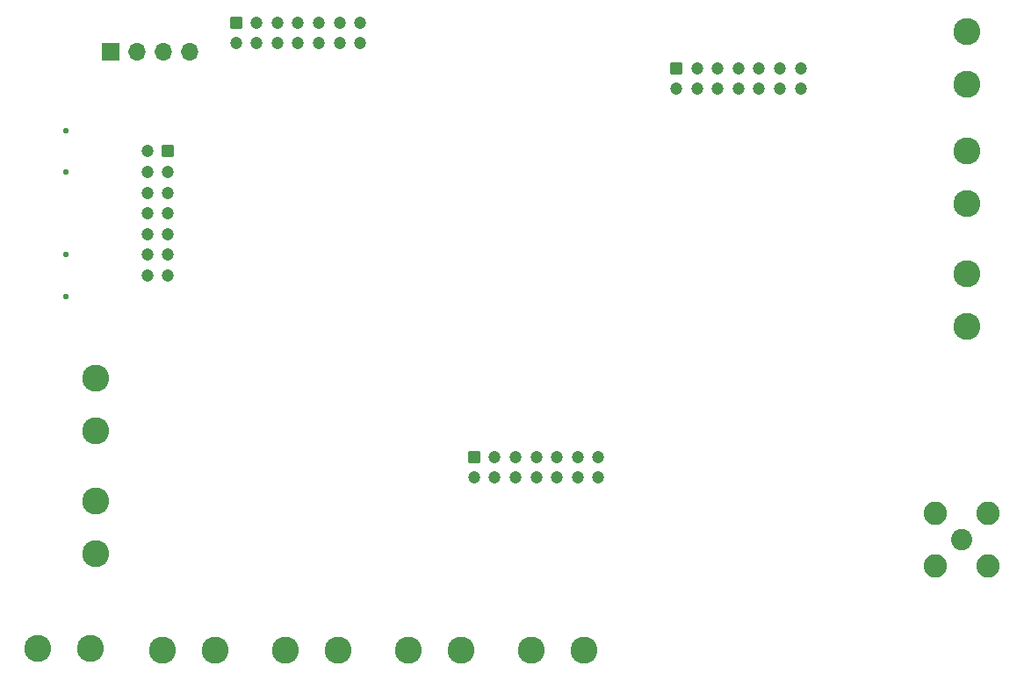
<source format=gbr>
%TF.GenerationSoftware,KiCad,Pcbnew,8.0.4*%
%TF.CreationDate,2025-02-19T16:48:10+05:30*%
%TF.ProjectId,test1,74657374-312e-46b6-9963-61645f706362,rev?*%
%TF.SameCoordinates,Original*%
%TF.FileFunction,Soldermask,Bot*%
%TF.FilePolarity,Negative*%
%FSLAX46Y46*%
G04 Gerber Fmt 4.6, Leading zero omitted, Abs format (unit mm)*
G04 Created by KiCad (PCBNEW 8.0.4) date 2025-02-19 16:48:10*
%MOMM*%
%LPD*%
G01*
G04 APERTURE LIST*
G04 Aperture macros list*
%AMRoundRect*
0 Rectangle with rounded corners*
0 $1 Rounding radius*
0 $2 $3 $4 $5 $6 $7 $8 $9 X,Y pos of 4 corners*
0 Add a 4 corners polygon primitive as box body*
4,1,4,$2,$3,$4,$5,$6,$7,$8,$9,$2,$3,0*
0 Add four circle primitives for the rounded corners*
1,1,$1+$1,$2,$3*
1,1,$1+$1,$4,$5*
1,1,$1+$1,$6,$7*
1,1,$1+$1,$8,$9*
0 Add four rect primitives between the rounded corners*
20,1,$1+$1,$2,$3,$4,$5,0*
20,1,$1+$1,$4,$5,$6,$7,0*
20,1,$1+$1,$6,$7,$8,$9,0*
20,1,$1+$1,$8,$9,$2,$3,0*%
G04 Aperture macros list end*
%ADD10RoundRect,0.250000X-0.350000X-0.350000X0.350000X-0.350000X0.350000X0.350000X-0.350000X0.350000X0*%
%ADD11C,1.200000*%
%ADD12C,2.604000*%
%ADD13C,2.050000*%
%ADD14C,2.250000*%
%ADD15R,1.700000X1.700000*%
%ADD16O,1.700000X1.700000*%
%ADD17C,0.550000*%
%ADD18RoundRect,0.250000X-0.350000X0.350000X-0.350000X-0.350000X0.350000X-0.350000X0.350000X0.350000X0*%
G04 APERTURE END LIST*
D10*
%TO.C,J18*%
X22024160Y69675000D03*
D11*
X22024160Y67675000D03*
X24024160Y69675000D03*
X24024160Y67675000D03*
X26024160Y69675000D03*
X26024160Y67675000D03*
X28024160Y69675000D03*
X28024160Y67675000D03*
X30024160Y69675000D03*
X30024160Y67675000D03*
X32024160Y69675000D03*
X32024160Y67675000D03*
X34024160Y69675000D03*
X34024160Y67675000D03*
%TD*%
D12*
%TO.C,J17*%
X92474160Y52210000D03*
X92474160Y57290000D03*
%TD*%
D13*
%TO.C,J1*%
X91974160Y19750000D03*
D14*
X89434160Y22290000D03*
X89434160Y17210000D03*
X94514160Y22290000D03*
X94514160Y17210000D03*
%TD*%
D12*
%TO.C,J10*%
X8474160Y35330000D03*
X8474160Y30250000D03*
%TD*%
%TO.C,J3*%
X14909160Y9085000D03*
X19989160Y9085000D03*
%TD*%
%TO.C,J7*%
X50489160Y9085000D03*
X55569160Y9085000D03*
%TD*%
%TO.C,J6*%
X38629160Y9085000D03*
X43709160Y9085000D03*
%TD*%
%TO.C,J11*%
X8474160Y23470000D03*
X8474160Y18390000D03*
%TD*%
%TO.C,J4*%
X2934160Y9250000D03*
X8014160Y9250000D03*
%TD*%
D15*
%TO.C,J9*%
X9956345Y66803655D03*
D16*
X12496345Y66803655D03*
X15036345Y66803655D03*
X17576345Y66803655D03*
%TD*%
D12*
%TO.C,J8*%
X92474160Y63710000D03*
X92474160Y68790000D03*
%TD*%
D17*
%TO.C,J12*%
X5624160Y59250000D03*
X5624160Y55250000D03*
%TD*%
D10*
%TO.C,J14*%
X64474160Y65250000D03*
D11*
X64474160Y63250000D03*
X66474160Y65250000D03*
X66474160Y63250000D03*
X68474160Y65250000D03*
X68474160Y63250000D03*
X70474160Y65250000D03*
X70474160Y63250000D03*
X72474160Y65250000D03*
X72474160Y63250000D03*
X74474160Y65250000D03*
X74474160Y63250000D03*
X76474160Y65250000D03*
X76474160Y63250000D03*
%TD*%
D12*
%TO.C,J5*%
X26769160Y9085000D03*
X31849160Y9085000D03*
%TD*%
D10*
%TO.C,J15*%
X44974160Y27750000D03*
D11*
X44974160Y25750000D03*
X46974160Y27750000D03*
X46974160Y25750000D03*
X48974160Y27750000D03*
X48974160Y25750000D03*
X50974160Y27750000D03*
X50974160Y25750000D03*
X52974160Y27750000D03*
X52974160Y25750000D03*
X54974160Y27750000D03*
X54974160Y25750000D03*
X56974160Y27750000D03*
X56974160Y25750000D03*
%TD*%
D12*
%TO.C,J16*%
X92474160Y40350000D03*
X92474160Y45430000D03*
%TD*%
D17*
%TO.C,J2*%
X5624160Y47250000D03*
X5624160Y43250000D03*
%TD*%
D18*
%TO.C,J13*%
X15474160Y57250000D03*
D11*
X13474160Y57250000D03*
X15474160Y55250000D03*
X13474160Y55250000D03*
X15474160Y53250000D03*
X13474160Y53250000D03*
X15474160Y51250000D03*
X13474160Y51250000D03*
X15474160Y49250000D03*
X13474160Y49250000D03*
X15474160Y47250000D03*
X13474160Y47250000D03*
X15474160Y45250000D03*
X13474160Y45250000D03*
%TD*%
M02*

</source>
